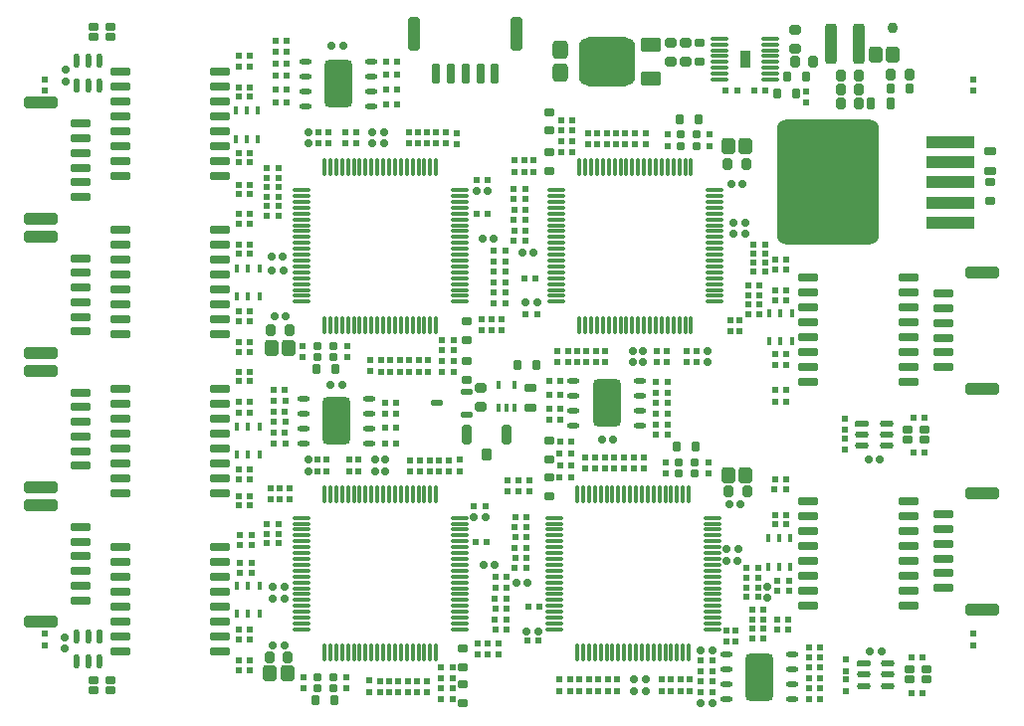
<source format=gtp>
G04*
G04 #@! TF.GenerationSoftware,Altium Limited,Altium Designer,23.9.2 (47)*
G04*
G04 Layer_Color=8421504*
%FSLAX25Y25*%
%MOIN*%
G70*
G04*
G04 #@! TF.SameCoordinates,282F133A-872F-418E-B260-DD41B2CE053A*
G04*
G04*
G04 #@! TF.FilePolarity,Positive*
G04*
G01*
G75*
%ADD24R,0.01772X0.02756*%
G04:AMPARAMS|DCode=25|XSize=25.2mil|YSize=23.62mil|CornerRadius=4.72mil|HoleSize=0mil|Usage=FLASHONLY|Rotation=90.000|XOffset=0mil|YOffset=0mil|HoleType=Round|Shape=RoundedRectangle|*
%AMROUNDEDRECTD25*
21,1,0.02520,0.01417,0,0,90.0*
21,1,0.01575,0.02362,0,0,90.0*
1,1,0.00945,0.00709,0.00787*
1,1,0.00945,0.00709,-0.00787*
1,1,0.00945,-0.00709,-0.00787*
1,1,0.00945,-0.00709,0.00787*
%
%ADD25ROUNDEDRECTD25*%
G04:AMPARAMS|DCode=26|XSize=21.65mil|YSize=19.68mil|CornerRadius=3.94mil|HoleSize=0mil|Usage=FLASHONLY|Rotation=270.000|XOffset=0mil|YOffset=0mil|HoleType=Round|Shape=RoundedRectangle|*
%AMROUNDEDRECTD26*
21,1,0.02165,0.01181,0,0,270.0*
21,1,0.01378,0.01968,0,0,270.0*
1,1,0.00787,-0.00591,-0.00689*
1,1,0.00787,-0.00591,0.00689*
1,1,0.00787,0.00591,0.00689*
1,1,0.00787,0.00591,-0.00689*
%
%ADD26ROUNDEDRECTD26*%
G04:AMPARAMS|DCode=27|XSize=21.65mil|YSize=19.68mil|CornerRadius=3.94mil|HoleSize=0mil|Usage=FLASHONLY|Rotation=180.000|XOffset=0mil|YOffset=0mil|HoleType=Round|Shape=RoundedRectangle|*
%AMROUNDEDRECTD27*
21,1,0.02165,0.01181,0,0,180.0*
21,1,0.01378,0.01968,0,0,180.0*
1,1,0.00787,-0.00689,0.00591*
1,1,0.00787,0.00689,0.00591*
1,1,0.00787,0.00689,-0.00591*
1,1,0.00787,-0.00689,-0.00591*
%
%ADD27ROUNDEDRECTD27*%
G04:AMPARAMS|DCode=28|XSize=23mil|YSize=20mil|CornerRadius=3.1mil|HoleSize=0mil|Usage=FLASHONLY|Rotation=90.000|XOffset=0mil|YOffset=0mil|HoleType=Round|Shape=RoundedRectangle|*
%AMROUNDEDRECTD28*
21,1,0.02300,0.01380,0,0,90.0*
21,1,0.01680,0.02000,0,0,90.0*
1,1,0.00620,0.00690,0.00840*
1,1,0.00620,0.00690,-0.00840*
1,1,0.00620,-0.00690,-0.00840*
1,1,0.00620,-0.00690,0.00840*
%
%ADD28ROUNDEDRECTD28*%
G04:AMPARAMS|DCode=29|XSize=25.2mil|YSize=23.62mil|CornerRadius=4.72mil|HoleSize=0mil|Usage=FLASHONLY|Rotation=0.000|XOffset=0mil|YOffset=0mil|HoleType=Round|Shape=RoundedRectangle|*
%AMROUNDEDRECTD29*
21,1,0.02520,0.01417,0,0,0.0*
21,1,0.01575,0.02362,0,0,0.0*
1,1,0.00945,0.00787,-0.00709*
1,1,0.00945,-0.00787,-0.00709*
1,1,0.00945,-0.00787,0.00709*
1,1,0.00945,0.00787,0.00709*
%
%ADD29ROUNDEDRECTD29*%
G04:AMPARAMS|DCode=30|XSize=64.96mil|YSize=29.92mil|CornerRadius=7.48mil|HoleSize=0mil|Usage=FLASHONLY|Rotation=0.000|XOffset=0mil|YOffset=0mil|HoleType=Round|Shape=RoundedRectangle|*
%AMROUNDEDRECTD30*
21,1,0.06496,0.01496,0,0,0.0*
21,1,0.05000,0.02992,0,0,0.0*
1,1,0.01496,0.02500,-0.00748*
1,1,0.01496,-0.02500,-0.00748*
1,1,0.01496,-0.02500,0.00748*
1,1,0.01496,0.02500,0.00748*
%
%ADD30ROUNDEDRECTD30*%
G04:AMPARAMS|DCode=31|XSize=47.45mil|YSize=20.86mil|CornerRadius=4.17mil|HoleSize=0mil|Usage=FLASHONLY|Rotation=90.000|XOffset=0mil|YOffset=0mil|HoleType=Round|Shape=RoundedRectangle|*
%AMROUNDEDRECTD31*
21,1,0.04745,0.01252,0,0,90.0*
21,1,0.03911,0.02086,0,0,90.0*
1,1,0.00834,0.00626,0.01955*
1,1,0.00834,0.00626,-0.01955*
1,1,0.00834,-0.00626,-0.01955*
1,1,0.00834,-0.00626,0.01955*
%
%ADD31ROUNDEDRECTD31*%
G04:AMPARAMS|DCode=32|XSize=47.45mil|YSize=20.86mil|CornerRadius=10.43mil|HoleSize=0mil|Usage=FLASHONLY|Rotation=90.000|XOffset=0mil|YOffset=0mil|HoleType=Round|Shape=RoundedRectangle|*
%AMROUNDEDRECTD32*
21,1,0.04745,0.00000,0,0,90.0*
21,1,0.02659,0.02086,0,0,90.0*
1,1,0.02086,0.00000,0.01330*
1,1,0.02086,0.00000,-0.01330*
1,1,0.02086,0.00000,-0.01330*
1,1,0.02086,0.00000,0.01330*
%
%ADD32ROUNDEDRECTD32*%
%ADD33O,0.04331X0.01772*%
G04:AMPARAMS|DCode=34|XSize=94.49mil|YSize=161.42mil|CornerRadius=18.9mil|HoleSize=0mil|Usage=FLASHONLY|Rotation=0.000|XOffset=0mil|YOffset=0mil|HoleType=Round|Shape=RoundedRectangle|*
%AMROUNDEDRECTD34*
21,1,0.09449,0.12362,0,0,0.0*
21,1,0.05669,0.16142,0,0,0.0*
1,1,0.03780,0.02835,-0.06181*
1,1,0.03780,-0.02835,-0.06181*
1,1,0.03780,-0.02835,0.06181*
1,1,0.03780,0.02835,0.06181*
%
%ADD34ROUNDEDRECTD34*%
G04:AMPARAMS|DCode=35|XSize=23mil|YSize=20mil|CornerRadius=3.1mil|HoleSize=0mil|Usage=FLASHONLY|Rotation=180.000|XOffset=0mil|YOffset=0mil|HoleType=Round|Shape=RoundedRectangle|*
%AMROUNDEDRECTD35*
21,1,0.02300,0.01380,0,0,180.0*
21,1,0.01680,0.02000,0,0,180.0*
1,1,0.00620,-0.00840,0.00690*
1,1,0.00620,0.00840,0.00690*
1,1,0.00620,0.00840,-0.00690*
1,1,0.00620,-0.00840,-0.00690*
%
%ADD35ROUNDEDRECTD35*%
%ADD36C,0.03637*%
G04:AMPARAMS|DCode=37|XSize=23.62mil|YSize=66.93mil|CornerRadius=4.72mil|HoleSize=0mil|Usage=FLASHONLY|Rotation=180.000|XOffset=0mil|YOffset=0mil|HoleType=Round|Shape=RoundedRectangle|*
%AMROUNDEDRECTD37*
21,1,0.02362,0.05748,0,0,180.0*
21,1,0.01417,0.06693,0,0,180.0*
1,1,0.00945,-0.00709,0.02874*
1,1,0.00945,0.00709,0.02874*
1,1,0.00945,0.00709,-0.02874*
1,1,0.00945,-0.00709,-0.02874*
%
%ADD37ROUNDEDRECTD37*%
G04:AMPARAMS|DCode=38|XSize=39.37mil|YSize=110.24mil|CornerRadius=7.87mil|HoleSize=0mil|Usage=FLASHONLY|Rotation=180.000|XOffset=0mil|YOffset=0mil|HoleType=Round|Shape=RoundedRectangle|*
%AMROUNDEDRECTD38*
21,1,0.03937,0.09449,0,0,180.0*
21,1,0.02362,0.11024,0,0,180.0*
1,1,0.01575,-0.01181,0.04724*
1,1,0.01575,0.01181,0.04724*
1,1,0.01575,0.01181,-0.04724*
1,1,0.01575,-0.01181,-0.04724*
%
%ADD38ROUNDEDRECTD38*%
G04:AMPARAMS|DCode=39|XSize=110.24mil|YSize=39.37mil|CornerRadius=7.87mil|HoleSize=0mil|Usage=FLASHONLY|Rotation=180.000|XOffset=0mil|YOffset=0mil|HoleType=Round|Shape=RoundedRectangle|*
%AMROUNDEDRECTD39*
21,1,0.11024,0.02362,0,0,180.0*
21,1,0.09449,0.03937,0,0,180.0*
1,1,0.01575,-0.04724,0.01181*
1,1,0.01575,0.04724,0.01181*
1,1,0.01575,0.04724,-0.01181*
1,1,0.01575,-0.04724,-0.01181*
%
%ADD39ROUNDEDRECTD39*%
G04:AMPARAMS|DCode=40|XSize=47.45mil|YSize=20.86mil|CornerRadius=10.43mil|HoleSize=0mil|Usage=FLASHONLY|Rotation=0.000|XOffset=0mil|YOffset=0mil|HoleType=Round|Shape=RoundedRectangle|*
%AMROUNDEDRECTD40*
21,1,0.04745,0.00000,0,0,0.0*
21,1,0.02659,0.02086,0,0,0.0*
1,1,0.02086,0.01330,0.00000*
1,1,0.02086,-0.01330,0.00000*
1,1,0.02086,-0.01330,0.00000*
1,1,0.02086,0.01330,0.00000*
%
%ADD40ROUNDEDRECTD40*%
G04:AMPARAMS|DCode=41|XSize=57.09mil|YSize=11.02mil|CornerRadius=1.38mil|HoleSize=0mil|Usage=FLASHONLY|Rotation=0.000|XOffset=0mil|YOffset=0mil|HoleType=Round|Shape=RoundedRectangle|*
%AMROUNDEDRECTD41*
21,1,0.05709,0.00827,0,0,0.0*
21,1,0.05433,0.01102,0,0,0.0*
1,1,0.00276,0.02717,-0.00413*
1,1,0.00276,-0.02717,-0.00413*
1,1,0.00276,-0.02717,0.00413*
1,1,0.00276,0.02717,0.00413*
%
%ADD41ROUNDEDRECTD41*%
G04:AMPARAMS|DCode=42|XSize=37.4mil|YSize=29.53mil|CornerRadius=5.91mil|HoleSize=0mil|Usage=FLASHONLY|Rotation=180.000|XOffset=0mil|YOffset=0mil|HoleType=Round|Shape=RoundedRectangle|*
%AMROUNDEDRECTD42*
21,1,0.03740,0.01772,0,0,180.0*
21,1,0.02559,0.02953,0,0,180.0*
1,1,0.01181,-0.01280,0.00886*
1,1,0.01181,0.01280,0.00886*
1,1,0.01181,0.01280,-0.00886*
1,1,0.01181,-0.01280,-0.00886*
%
%ADD42ROUNDEDRECTD42*%
G04:AMPARAMS|DCode=43|XSize=35.43mil|YSize=29.53mil|CornerRadius=5.91mil|HoleSize=0mil|Usage=FLASHONLY|Rotation=180.000|XOffset=0mil|YOffset=0mil|HoleType=Round|Shape=RoundedRectangle|*
%AMROUNDEDRECTD43*
21,1,0.03543,0.01772,0,0,180.0*
21,1,0.02362,0.02953,0,0,180.0*
1,1,0.01181,-0.01181,0.00886*
1,1,0.01181,0.01181,0.00886*
1,1,0.01181,0.01181,-0.00886*
1,1,0.01181,-0.01181,-0.00886*
%
%ADD43ROUNDEDRECTD43*%
G04:AMPARAMS|DCode=44|XSize=43.31mil|YSize=161.42mil|CornerRadius=8.66mil|HoleSize=0mil|Usage=FLASHONLY|Rotation=270.000|XOffset=0mil|YOffset=0mil|HoleType=Round|Shape=RoundedRectangle|*
%AMROUNDEDRECTD44*
21,1,0.04331,0.14410,0,0,270.0*
21,1,0.02598,0.16142,0,0,270.0*
1,1,0.01732,-0.07205,-0.01299*
1,1,0.01732,-0.07205,0.01299*
1,1,0.01732,0.07205,0.01299*
1,1,0.01732,0.07205,-0.01299*
%
%ADD44ROUNDEDRECTD44*%
G04:AMPARAMS|DCode=45|XSize=421.26mil|YSize=342.52mil|CornerRadius=34.25mil|HoleSize=0mil|Usage=FLASHONLY|Rotation=270.000|XOffset=0mil|YOffset=0mil|HoleType=Round|Shape=RoundedRectangle|*
%AMROUNDEDRECTD45*
21,1,0.42126,0.27402,0,0,270.0*
21,1,0.35276,0.34252,0,0,270.0*
1,1,0.06850,-0.13701,-0.17638*
1,1,0.06850,-0.13701,0.17638*
1,1,0.06850,0.13701,0.17638*
1,1,0.06850,0.13701,-0.17638*
%
%ADD45ROUNDEDRECTD45*%
G04:AMPARAMS|DCode=46|XSize=13.78mil|YSize=27.56mil|CornerRadius=2.76mil|HoleSize=0mil|Usage=FLASHONLY|Rotation=180.000|XOffset=0mil|YOffset=0mil|HoleType=Round|Shape=RoundedRectangle|*
%AMROUNDEDRECTD46*
21,1,0.01378,0.02205,0,0,180.0*
21,1,0.00827,0.02756,0,0,180.0*
1,1,0.00551,-0.00413,0.01102*
1,1,0.00551,0.00413,0.01102*
1,1,0.00551,0.00413,-0.01102*
1,1,0.00551,-0.00413,-0.01102*
%
%ADD46ROUNDEDRECTD46*%
G04:AMPARAMS|DCode=47|XSize=31.5mil|YSize=43.31mil|CornerRadius=6.3mil|HoleSize=0mil|Usage=FLASHONLY|Rotation=0.000|XOffset=0mil|YOffset=0mil|HoleType=Round|Shape=RoundedRectangle|*
%AMROUNDEDRECTD47*
21,1,0.03150,0.03071,0,0,0.0*
21,1,0.01890,0.04331,0,0,0.0*
1,1,0.01260,0.00945,-0.01535*
1,1,0.01260,-0.00945,-0.01535*
1,1,0.01260,-0.00945,0.01535*
1,1,0.01260,0.00945,0.01535*
%
%ADD47ROUNDEDRECTD47*%
G04:AMPARAMS|DCode=48|XSize=31.5mil|YSize=66.93mil|CornerRadius=6.3mil|HoleSize=0mil|Usage=FLASHONLY|Rotation=0.000|XOffset=0mil|YOffset=0mil|HoleType=Round|Shape=RoundedRectangle|*
%AMROUNDEDRECTD48*
21,1,0.03150,0.05433,0,0,0.0*
21,1,0.01890,0.06693,0,0,0.0*
1,1,0.01260,0.00945,-0.02717*
1,1,0.01260,-0.00945,-0.02717*
1,1,0.01260,-0.00945,0.02717*
1,1,0.01260,0.00945,0.02717*
%
%ADD48ROUNDEDRECTD48*%
G04:AMPARAMS|DCode=49|XSize=163.39mil|YSize=188.98mil|CornerRadius=32.68mil|HoleSize=0mil|Usage=FLASHONLY|Rotation=270.000|XOffset=0mil|YOffset=0mil|HoleType=Round|Shape=RoundedRectangle|*
%AMROUNDEDRECTD49*
21,1,0.16339,0.12362,0,0,270.0*
21,1,0.09803,0.18898,0,0,270.0*
1,1,0.06535,-0.06181,-0.04902*
1,1,0.06535,-0.06181,0.04902*
1,1,0.06535,0.06181,0.04902*
1,1,0.06535,0.06181,-0.04902*
%
%ADD49ROUNDEDRECTD49*%
G04:AMPARAMS|DCode=50|XSize=59.06mil|YSize=51.18mil|CornerRadius=10.24mil|HoleSize=0mil|Usage=FLASHONLY|Rotation=90.000|XOffset=0mil|YOffset=0mil|HoleType=Round|Shape=RoundedRectangle|*
%AMROUNDEDRECTD50*
21,1,0.05906,0.03071,0,0,90.0*
21,1,0.03858,0.05118,0,0,90.0*
1,1,0.02047,0.01535,0.01929*
1,1,0.02047,0.01535,-0.01929*
1,1,0.02047,-0.01535,-0.01929*
1,1,0.02047,-0.01535,0.01929*
%
%ADD50ROUNDEDRECTD50*%
G04:AMPARAMS|DCode=51|XSize=19.68mil|YSize=37.4mil|CornerRadius=3.94mil|HoleSize=0mil|Usage=FLASHONLY|Rotation=270.000|XOffset=0mil|YOffset=0mil|HoleType=Round|Shape=RoundedRectangle|*
%AMROUNDEDRECTD51*
21,1,0.01968,0.02953,0,0,270.0*
21,1,0.01181,0.03740,0,0,270.0*
1,1,0.00787,-0.01476,-0.00591*
1,1,0.00787,-0.01476,0.00591*
1,1,0.00787,0.01476,0.00591*
1,1,0.00787,0.01476,-0.00591*
%
%ADD51ROUNDEDRECTD51*%
G04:AMPARAMS|DCode=52|XSize=66.93mil|YSize=23.62mil|CornerRadius=4.72mil|HoleSize=0mil|Usage=FLASHONLY|Rotation=180.000|XOffset=0mil|YOffset=0mil|HoleType=Round|Shape=RoundedRectangle|*
%AMROUNDEDRECTD52*
21,1,0.06693,0.01417,0,0,180.0*
21,1,0.05748,0.02362,0,0,180.0*
1,1,0.00945,-0.02874,0.00709*
1,1,0.00945,0.02874,0.00709*
1,1,0.00945,0.02874,-0.00709*
1,1,0.00945,-0.02874,-0.00709*
%
%ADD52ROUNDEDRECTD52*%
G04:AMPARAMS|DCode=53|XSize=33.47mil|YSize=25.59mil|CornerRadius=5.12mil|HoleSize=0mil|Usage=FLASHONLY|Rotation=0.000|XOffset=0mil|YOffset=0mil|HoleType=Round|Shape=RoundedRectangle|*
%AMROUNDEDRECTD53*
21,1,0.03347,0.01535,0,0,0.0*
21,1,0.02323,0.02559,0,0,0.0*
1,1,0.01024,0.01161,-0.00768*
1,1,0.01024,-0.01161,-0.00768*
1,1,0.01024,-0.01161,0.00768*
1,1,0.01024,0.01161,0.00768*
%
%ADD53ROUNDEDRECTD53*%
G04:AMPARAMS|DCode=54|XSize=37.4mil|YSize=33.47mil|CornerRadius=6.69mil|HoleSize=0mil|Usage=FLASHONLY|Rotation=270.000|XOffset=0mil|YOffset=0mil|HoleType=Round|Shape=RoundedRectangle|*
%AMROUNDEDRECTD54*
21,1,0.03740,0.02008,0,0,270.0*
21,1,0.02402,0.03347,0,0,270.0*
1,1,0.01339,-0.01004,-0.01201*
1,1,0.01339,-0.01004,0.01201*
1,1,0.01339,0.01004,0.01201*
1,1,0.01339,0.01004,-0.01201*
%
%ADD54ROUNDEDRECTD54*%
G04:AMPARAMS|DCode=55|XSize=45.45mil|YSize=53.39mil|CornerRadius=9.09mil|HoleSize=0mil|Usage=FLASHONLY|Rotation=0.000|XOffset=0mil|YOffset=0mil|HoleType=Round|Shape=RoundedRectangle|*
%AMROUNDEDRECTD55*
21,1,0.04545,0.03521,0,0,0.0*
21,1,0.02727,0.05339,0,0,0.0*
1,1,0.01818,0.01364,-0.01761*
1,1,0.01818,-0.01364,-0.01761*
1,1,0.01818,-0.01364,0.01761*
1,1,0.01818,0.01364,0.01761*
%
%ADD55ROUNDEDRECTD55*%
G04:AMPARAMS|DCode=56|XSize=35.43mil|YSize=29.53mil|CornerRadius=5.91mil|HoleSize=0mil|Usage=FLASHONLY|Rotation=90.000|XOffset=0mil|YOffset=0mil|HoleType=Round|Shape=RoundedRectangle|*
%AMROUNDEDRECTD56*
21,1,0.03543,0.01772,0,0,90.0*
21,1,0.02362,0.02953,0,0,90.0*
1,1,0.01181,0.00886,0.01181*
1,1,0.01181,0.00886,-0.01181*
1,1,0.01181,-0.00886,-0.01181*
1,1,0.01181,-0.00886,0.01181*
%
%ADD56ROUNDEDRECTD56*%
G04:AMPARAMS|DCode=57|XSize=47.45mil|YSize=20.86mil|CornerRadius=4.17mil|HoleSize=0mil|Usage=FLASHONLY|Rotation=0.000|XOffset=0mil|YOffset=0mil|HoleType=Round|Shape=RoundedRectangle|*
%AMROUNDEDRECTD57*
21,1,0.04745,0.01252,0,0,0.0*
21,1,0.03911,0.02086,0,0,0.0*
1,1,0.00834,0.01955,-0.00626*
1,1,0.00834,-0.01955,-0.00626*
1,1,0.00834,-0.01955,0.00626*
1,1,0.00834,0.01955,0.00626*
%
%ADD57ROUNDEDRECTD57*%
G04:AMPARAMS|DCode=58|XSize=58.07mil|YSize=11.81mil|CornerRadius=2.36mil|HoleSize=0mil|Usage=FLASHONLY|Rotation=180.000|XOffset=0mil|YOffset=0mil|HoleType=Round|Shape=RoundedRectangle|*
%AMROUNDEDRECTD58*
21,1,0.05807,0.00709,0,0,180.0*
21,1,0.05335,0.01181,0,0,180.0*
1,1,0.00472,-0.02667,0.00354*
1,1,0.00472,0.02667,0.00354*
1,1,0.00472,0.02667,-0.00354*
1,1,0.00472,-0.02667,-0.00354*
%
%ADD58ROUNDEDRECTD58*%
G04:AMPARAMS|DCode=59|XSize=58.07mil|YSize=11.81mil|CornerRadius=2.36mil|HoleSize=0mil|Usage=FLASHONLY|Rotation=90.000|XOffset=0mil|YOffset=0mil|HoleType=Round|Shape=RoundedRectangle|*
%AMROUNDEDRECTD59*
21,1,0.05807,0.00709,0,0,90.0*
21,1,0.05335,0.01181,0,0,90.0*
1,1,0.00472,0.00354,0.02667*
1,1,0.00472,0.00354,-0.02667*
1,1,0.00472,-0.00354,-0.02667*
1,1,0.00472,-0.00354,0.02667*
%
%ADD59ROUNDEDRECTD59*%
G04:AMPARAMS|DCode=60|XSize=29.53mil|YSize=27.56mil|CornerRadius=5.51mil|HoleSize=0mil|Usage=FLASHONLY|Rotation=180.000|XOffset=0mil|YOffset=0mil|HoleType=Round|Shape=RoundedRectangle|*
%AMROUNDEDRECTD60*
21,1,0.02953,0.01654,0,0,180.0*
21,1,0.01850,0.02756,0,0,180.0*
1,1,0.01102,-0.00925,0.00827*
1,1,0.01102,0.00925,0.00827*
1,1,0.01102,0.00925,-0.00827*
1,1,0.01102,-0.00925,-0.00827*
%
%ADD60ROUNDEDRECTD60*%
G04:AMPARAMS|DCode=61|XSize=38.58mil|YSize=133.86mil|CornerRadius=7.72mil|HoleSize=0mil|Usage=FLASHONLY|Rotation=0.000|XOffset=0mil|YOffset=0mil|HoleType=Round|Shape=RoundedRectangle|*
%AMROUNDEDRECTD61*
21,1,0.03858,0.11843,0,0,0.0*
21,1,0.02315,0.13386,0,0,0.0*
1,1,0.01543,0.01158,-0.05921*
1,1,0.01543,-0.01158,-0.05921*
1,1,0.01543,-0.01158,0.05921*
1,1,0.01543,0.01158,0.05921*
%
%ADD61ROUNDEDRECTD61*%
G04:AMPARAMS|DCode=62|XSize=37.4mil|YSize=33.47mil|CornerRadius=6.69mil|HoleSize=0mil|Usage=FLASHONLY|Rotation=0.000|XOffset=0mil|YOffset=0mil|HoleType=Round|Shape=RoundedRectangle|*
%AMROUNDEDRECTD62*
21,1,0.03740,0.02008,0,0,0.0*
21,1,0.02402,0.03347,0,0,0.0*
1,1,0.01339,0.01201,-0.01004*
1,1,0.01339,-0.01201,-0.01004*
1,1,0.01339,-0.01201,0.01004*
1,1,0.01339,0.01201,0.01004*
%
%ADD62ROUNDEDRECTD62*%
G04:AMPARAMS|DCode=63|XSize=37.4mil|YSize=29.53mil|CornerRadius=5.91mil|HoleSize=0mil|Usage=FLASHONLY|Rotation=270.000|XOffset=0mil|YOffset=0mil|HoleType=Round|Shape=RoundedRectangle|*
%AMROUNDEDRECTD63*
21,1,0.03740,0.01772,0,0,270.0*
21,1,0.02559,0.02953,0,0,270.0*
1,1,0.01181,-0.00886,-0.01280*
1,1,0.01181,-0.00886,0.01280*
1,1,0.01181,0.00886,0.01280*
1,1,0.01181,0.00886,-0.01280*
%
%ADD63ROUNDEDRECTD63*%
G04:AMPARAMS|DCode=64|XSize=68.9mil|YSize=47.24mil|CornerRadius=9.45mil|HoleSize=0mil|Usage=FLASHONLY|Rotation=180.000|XOffset=0mil|YOffset=0mil|HoleType=Round|Shape=RoundedRectangle|*
%AMROUNDEDRECTD64*
21,1,0.06890,0.02835,0,0,180.0*
21,1,0.05000,0.04724,0,0,180.0*
1,1,0.01890,-0.02500,0.01417*
1,1,0.01890,0.02500,0.01417*
1,1,0.01890,0.02500,-0.01417*
1,1,0.01890,-0.02500,-0.01417*
%
%ADD64ROUNDEDRECTD64*%
G36*
X248083Y216886D02*
X244831D01*
Y222484D01*
X248083D01*
Y216886D01*
D02*
G37*
D24*
X254527Y134646D02*
D03*
X258269Y134646D02*
D03*
X262008Y134645D02*
D03*
Y125197D02*
D03*
X258269Y125197D02*
D03*
X254527Y125197D02*
D03*
X254134Y59056D02*
D03*
X257874Y59055D02*
D03*
X261614Y59055D02*
D03*
Y49606D02*
D03*
X257874Y49606D02*
D03*
X254134Y49607D02*
D03*
X75787Y192914D02*
D03*
X79526Y192910D02*
D03*
X83268Y192913D02*
D03*
Y202362D02*
D03*
X79526Y202358D02*
D03*
X75787Y202363D02*
D03*
X76181Y140158D02*
D03*
X79922Y140155D02*
D03*
X83662Y140157D02*
D03*
Y149606D02*
D03*
X79922Y149604D02*
D03*
X76181Y149607D02*
D03*
X76181Y96457D02*
D03*
X83661Y96456D02*
D03*
Y87008D02*
D03*
X76181Y87008D02*
D03*
X79922Y87009D02*
D03*
Y96457D02*
D03*
X76181Y43307D02*
D03*
X79923Y43307D02*
D03*
X83662Y43307D02*
D03*
Y33858D02*
D03*
X79923Y33858D02*
D03*
X76181Y33858D02*
D03*
D25*
X88268Y42913D02*
D03*
X92047D02*
D03*
X162126Y159449D02*
D03*
X158346D02*
D03*
X111339Y110630D02*
D03*
X107559D02*
D03*
X231575Y3937D02*
D03*
X235354D02*
D03*
X235354Y21654D02*
D03*
X231575D02*
D03*
X244016Y55512D02*
D03*
X240236D02*
D03*
X243937Y51575D02*
D03*
X240158D02*
D03*
X244803Y70472D02*
D03*
X241024D02*
D03*
X173307Y27953D02*
D03*
X177087D02*
D03*
X169764Y44094D02*
D03*
X173543D02*
D03*
X241811Y177953D02*
D03*
X245590D02*
D03*
X242598Y161024D02*
D03*
X246378D02*
D03*
X242598Y164961D02*
D03*
X246378D02*
D03*
X176693Y138189D02*
D03*
X172913D02*
D03*
X175512Y154724D02*
D03*
X171732D02*
D03*
X158740Y50000D02*
D03*
X162520D02*
D03*
X155590Y66142D02*
D03*
X159370D02*
D03*
X92047Y23228D02*
D03*
X88268D02*
D03*
X92047Y38976D02*
D03*
X88268D02*
D03*
X91654Y153543D02*
D03*
X87874D02*
D03*
X91732Y148819D02*
D03*
X87953D02*
D03*
X156378Y175591D02*
D03*
X160158D02*
D03*
X92441Y133465D02*
D03*
X88661D02*
D03*
X287829Y85480D02*
D03*
X291608D02*
D03*
X111732Y224016D02*
D03*
X107953D02*
D03*
X288268Y21260D02*
D03*
X292047D02*
D03*
X198504Y92126D02*
D03*
X202284D02*
D03*
D26*
X253051Y157480D02*
D03*
X249311D02*
D03*
X253051Y154462D02*
D03*
X249311D02*
D03*
X253051Y151444D02*
D03*
X249311D02*
D03*
X253051Y148425D02*
D03*
X249311D02*
D03*
X251083Y134252D02*
D03*
X247342D02*
D03*
X251083Y143701D02*
D03*
X247342D02*
D03*
X247342Y140551D02*
D03*
X251083D02*
D03*
X247342Y137402D02*
D03*
X251083D02*
D03*
X256466Y104724D02*
D03*
X260206D02*
D03*
X256466Y120866D02*
D03*
X260206D02*
D03*
X256466Y152362D02*
D03*
X260206D02*
D03*
X256466Y138976D02*
D03*
X260206D02*
D03*
X246949Y49213D02*
D03*
X250689D02*
D03*
X246949Y45669D02*
D03*
X250689D02*
D03*
X246949Y39370D02*
D03*
X250689D02*
D03*
X246949Y42520D02*
D03*
X250689D02*
D03*
X80610Y135039D02*
D03*
X76870D02*
D03*
X76870Y70079D02*
D03*
X80610D02*
D03*
Y14961D02*
D03*
X76870D02*
D03*
X80610Y28346D02*
D03*
X76870D02*
D03*
X80610Y154331D02*
D03*
X76870D02*
D03*
Y207087D02*
D03*
X80610D02*
D03*
X90059Y63779D02*
D03*
X86319D02*
D03*
Y60630D02*
D03*
X90059D02*
D03*
X86319Y57480D02*
D03*
X90059D02*
D03*
X81004Y60236D02*
D03*
X77264D02*
D03*
X80610Y220866D02*
D03*
X76870D02*
D03*
X80610Y188189D02*
D03*
X76870D02*
D03*
X80610Y174409D02*
D03*
X76870D02*
D03*
X81004Y47638D02*
D03*
X77264D02*
D03*
X252658Y35039D02*
D03*
X248917D02*
D03*
X252658Y28740D02*
D03*
X248917D02*
D03*
X160138Y167717D02*
D03*
X156398D02*
D03*
X86319Y179921D02*
D03*
X90059D02*
D03*
X86319Y176772D02*
D03*
X90059D02*
D03*
X86319Y183071D02*
D03*
X90059D02*
D03*
X256398Y63779D02*
D03*
X260138D02*
D03*
X252658Y25591D02*
D03*
X248917D02*
D03*
X88583Y108661D02*
D03*
X92323D02*
D03*
X88583Y101575D02*
D03*
X92323D02*
D03*
X129429Y104331D02*
D03*
X125689D02*
D03*
X88583Y94488D02*
D03*
X92323D02*
D03*
X169390Y66142D02*
D03*
X173130D02*
D03*
X169331Y59419D02*
D03*
X173071D02*
D03*
X169331Y52495D02*
D03*
X173071D02*
D03*
X184350Y83465D02*
D03*
X188091D02*
D03*
X184350Y91339D02*
D03*
X188091D02*
D03*
X166437Y42520D02*
D03*
X162697D02*
D03*
X166437Y35433D02*
D03*
X162697D02*
D03*
X166535Y28346D02*
D03*
X162795D02*
D03*
X148327Y12143D02*
D03*
X144587D02*
D03*
X148327Y5118D02*
D03*
X144587D02*
D03*
X76870Y121653D02*
D03*
X80610D02*
D03*
X76870Y167717D02*
D03*
X80610D02*
D03*
X86319Y170473D02*
D03*
X90059D02*
D03*
X86319Y173622D02*
D03*
X90059D02*
D03*
X86319Y167323D02*
D03*
X90059D02*
D03*
X92888Y225984D02*
D03*
X89148D02*
D03*
X92888Y218110D02*
D03*
X89148D02*
D03*
X92888Y205118D02*
D03*
X89148D02*
D03*
X166043Y137795D02*
D03*
X162303D02*
D03*
X166043Y144882D02*
D03*
X162303D02*
D03*
X166043Y151969D02*
D03*
X162303D02*
D03*
X156398Y179134D02*
D03*
X160138D02*
D03*
X126083Y218898D02*
D03*
X129823D02*
D03*
X176673Y134252D02*
D03*
X172933D02*
D03*
X172539Y146063D02*
D03*
X176279D02*
D03*
X168996Y162205D02*
D03*
X172736D02*
D03*
X168996Y169291D02*
D03*
X172736D02*
D03*
X168987Y176212D02*
D03*
X172727D02*
D03*
X184744Y192126D02*
D03*
X188484D02*
D03*
X184744Y199213D02*
D03*
X188484D02*
D03*
X148721Y114961D02*
D03*
X144980D02*
D03*
X148721Y122047D02*
D03*
X144980D02*
D03*
X260925Y28346D02*
D03*
X257185D02*
D03*
X261051Y44754D02*
D03*
X257311D02*
D03*
X252658Y31890D02*
D03*
X248917D02*
D03*
X173327Y24803D02*
D03*
X177067D02*
D03*
X271555Y8661D02*
D03*
X267815D02*
D03*
X260138Y78740D02*
D03*
X256398D02*
D03*
X271555Y15748D02*
D03*
X267815D02*
D03*
X271555Y22441D02*
D03*
X267815D02*
D03*
X231594Y7480D02*
D03*
X235335D02*
D03*
X155610Y69685D02*
D03*
X159350D02*
D03*
X80610Y82284D02*
D03*
X76870D02*
D03*
X80610Y101181D02*
D03*
X76870D02*
D03*
X80610Y114891D02*
D03*
X76870D02*
D03*
X216634Y107874D02*
D03*
X220374D02*
D03*
X216634Y100787D02*
D03*
X220374D02*
D03*
X216634Y93701D02*
D03*
X220374D02*
D03*
X184547Y98819D02*
D03*
X180807D02*
D03*
X156004Y57874D02*
D03*
X159744D02*
D03*
X173721Y36220D02*
D03*
X177461D02*
D03*
D27*
X244488Y132185D02*
D03*
Y128445D02*
D03*
X241339D02*
D03*
Y132185D02*
D03*
X203543Y11713D02*
D03*
Y7972D02*
D03*
X243307Y24508D02*
D03*
Y28248D02*
D03*
X158189Y132579D02*
D03*
Y128839D02*
D03*
X161549Y132579D02*
D03*
Y128839D02*
D03*
X164908Y132579D02*
D03*
Y128839D02*
D03*
X106693Y191437D02*
D03*
Y195177D02*
D03*
X116142D02*
D03*
Y191437D02*
D03*
X112598Y195177D02*
D03*
Y191437D02*
D03*
X133858Y191535D02*
D03*
Y195276D02*
D03*
X136898Y191535D02*
D03*
Y195276D02*
D03*
X139937Y191535D02*
D03*
Y195276D02*
D03*
X142977Y191535D02*
D03*
Y195276D02*
D03*
X146017Y191535D02*
D03*
Y195276D02*
D03*
X240158Y24508D02*
D03*
Y28248D02*
D03*
X103543Y191437D02*
D03*
Y195177D02*
D03*
X190157Y118209D02*
D03*
Y121949D02*
D03*
X193307Y118209D02*
D03*
Y121949D02*
D03*
X196457Y118209D02*
D03*
Y121949D02*
D03*
X199606Y118209D02*
D03*
Y121949D02*
D03*
X220079Y118209D02*
D03*
Y121949D02*
D03*
X216929D02*
D03*
Y118209D02*
D03*
X187008D02*
D03*
Y121949D02*
D03*
X172401Y181991D02*
D03*
Y185731D02*
D03*
X169251Y181991D02*
D03*
Y185731D02*
D03*
X175550Y185731D02*
D03*
Y181991D02*
D03*
X193701Y194783D02*
D03*
Y191043D02*
D03*
X203150D02*
D03*
Y194783D02*
D03*
X196850D02*
D03*
Y191043D02*
D03*
X209449Y194783D02*
D03*
Y191043D02*
D03*
X206299Y194783D02*
D03*
Y191043D02*
D03*
X200000D02*
D03*
Y194783D02*
D03*
X226772Y118209D02*
D03*
Y121949D02*
D03*
X230315D02*
D03*
Y118209D02*
D03*
X124332Y114986D02*
D03*
Y118726D02*
D03*
X130662Y118726D02*
D03*
Y114986D02*
D03*
X133827Y118726D02*
D03*
Y114986D02*
D03*
X127497Y114986D02*
D03*
Y118726D02*
D03*
X140157Y114986D02*
D03*
Y118726D02*
D03*
X136993Y114986D02*
D03*
Y118726D02*
D03*
X174016Y74902D02*
D03*
Y78642D02*
D03*
X218504Y11713D02*
D03*
Y7972D02*
D03*
X196142Y86221D02*
D03*
Y82480D02*
D03*
X199370D02*
D03*
Y86221D02*
D03*
X224803Y7972D02*
D03*
Y11713D02*
D03*
X202598Y82480D02*
D03*
Y86221D02*
D03*
X205827D02*
D03*
Y82480D02*
D03*
X209055Y86221D02*
D03*
Y82480D02*
D03*
X192913Y86221D02*
D03*
Y82480D02*
D03*
X166929Y78642D02*
D03*
Y74902D02*
D03*
X194095Y7972D02*
D03*
Y11713D02*
D03*
X190945Y7972D02*
D03*
Y11713D02*
D03*
X170472Y78642D02*
D03*
Y74902D02*
D03*
X187795Y7972D02*
D03*
Y11713D02*
D03*
X200394Y7972D02*
D03*
Y11713D02*
D03*
X197244Y7972D02*
D03*
Y11713D02*
D03*
X106299Y85335D02*
D03*
Y81595D02*
D03*
X124016Y11319D02*
D03*
Y7579D02*
D03*
X127165Y11319D02*
D03*
Y7579D02*
D03*
X136614Y11319D02*
D03*
Y7579D02*
D03*
X139764Y11319D02*
D03*
Y7579D02*
D03*
X163779Y23917D02*
D03*
Y20177D02*
D03*
X147207Y81535D02*
D03*
Y85275D02*
D03*
X140750Y81535D02*
D03*
Y85275D02*
D03*
X137522Y81535D02*
D03*
Y85275D02*
D03*
X134294Y81535D02*
D03*
Y85275D02*
D03*
X160236Y23917D02*
D03*
Y20177D02*
D03*
X143979Y81535D02*
D03*
Y85275D02*
D03*
X156693Y20177D02*
D03*
Y23917D02*
D03*
X133465Y7579D02*
D03*
Y11319D02*
D03*
X130315Y7579D02*
D03*
Y11319D02*
D03*
X87402Y75886D02*
D03*
Y72146D02*
D03*
X116929Y85335D02*
D03*
Y81595D02*
D03*
X227953Y11713D02*
D03*
Y7972D02*
D03*
X103150Y81595D02*
D03*
Y85335D02*
D03*
X93701Y72146D02*
D03*
Y75886D02*
D03*
X90551Y72146D02*
D03*
Y75886D02*
D03*
X113779Y81595D02*
D03*
Y85335D02*
D03*
X221654Y7972D02*
D03*
Y11713D02*
D03*
D28*
X260236Y108661D02*
D03*
X256436D02*
D03*
X260236Y117323D02*
D03*
X256436D02*
D03*
X260236Y149213D02*
D03*
X256436D02*
D03*
X260236Y142126D02*
D03*
X256436D02*
D03*
X76840Y177559D02*
D03*
X80640D02*
D03*
Y73228D02*
D03*
X76840D02*
D03*
Y18110D02*
D03*
X80640D02*
D03*
X76772Y25197D02*
D03*
X80572D02*
D03*
X76840Y210236D02*
D03*
X80640D02*
D03*
X180777Y111811D02*
D03*
X184577D02*
D03*
X81102Y56693D02*
D03*
X77302D02*
D03*
X80640Y217323D02*
D03*
X76840D02*
D03*
Y185039D02*
D03*
X80640D02*
D03*
X81034Y50787D02*
D03*
X77234D02*
D03*
X235407Y14648D02*
D03*
X231607D02*
D03*
X235433Y18110D02*
D03*
X231633D02*
D03*
X271585Y5118D02*
D03*
X267785D02*
D03*
X92353Y105118D02*
D03*
X88553D02*
D03*
X129459Y96063D02*
D03*
X125659D02*
D03*
X129459Y90945D02*
D03*
X125659D02*
D03*
Y100787D02*
D03*
X129459D02*
D03*
X92353Y90945D02*
D03*
X88553D02*
D03*
X92353Y98032D02*
D03*
X88553D02*
D03*
X173033Y55992D02*
D03*
X169233D02*
D03*
X173101Y49183D02*
D03*
X169301D02*
D03*
X302779Y99653D02*
D03*
X306579D02*
D03*
X302779Y87842D02*
D03*
X306579D02*
D03*
X80640Y131890D02*
D03*
X76840D02*
D03*
X80640Y124971D02*
D03*
X76840D02*
D03*
X80640Y164567D02*
D03*
X76840D02*
D03*
Y157480D02*
D03*
X80640D02*
D03*
X89118Y209449D02*
D03*
X92918D02*
D03*
X89118Y214173D02*
D03*
X92918D02*
D03*
X89118Y222047D02*
D03*
X92918D02*
D03*
X166073Y141339D02*
D03*
X162273D02*
D03*
X166005Y148425D02*
D03*
X162205D02*
D03*
X166073Y155512D02*
D03*
X162273D02*
D03*
X126053Y204331D02*
D03*
X129853D02*
D03*
X126053Y209449D02*
D03*
X129853D02*
D03*
Y214567D02*
D03*
X126053D02*
D03*
X172766Y158661D02*
D03*
X168966D02*
D03*
X172766Y165748D02*
D03*
X168966D02*
D03*
X172766Y172835D02*
D03*
X168966D02*
D03*
X188514Y188583D02*
D03*
X184714D02*
D03*
X188514Y195669D02*
D03*
X184714D02*
D03*
X144950Y118504D02*
D03*
X148750D02*
D03*
Y125591D02*
D03*
X144950D02*
D03*
X257224Y41339D02*
D03*
X261024D02*
D03*
X257155Y31890D02*
D03*
X260955D02*
D03*
X256311Y75364D02*
D03*
X260111D02*
D03*
X256368Y66929D02*
D03*
X260168D02*
D03*
X235365Y11024D02*
D03*
X231565D02*
D03*
X267677Y19124D02*
D03*
X271477D02*
D03*
X267677Y12057D02*
D03*
X271477D02*
D03*
X302037Y19291D02*
D03*
X305837D02*
D03*
X302037Y7087D02*
D03*
X305837D02*
D03*
X239901Y209055D02*
D03*
X243701D02*
D03*
X249430Y209034D02*
D03*
X253230D02*
D03*
X76840Y78740D02*
D03*
X80640D02*
D03*
X76840Y104724D02*
D03*
X80640D02*
D03*
X76840Y111741D02*
D03*
X80640D02*
D03*
X184577Y107087D02*
D03*
X180777D02*
D03*
X220404Y111417D02*
D03*
X216604D02*
D03*
X220404Y104331D02*
D03*
X216604D02*
D03*
X220404Y97244D02*
D03*
X216604D02*
D03*
X180777Y102362D02*
D03*
X184577D02*
D03*
X144557Y8661D02*
D03*
X148357D02*
D03*
X144557Y15748D02*
D03*
X148357D02*
D03*
X162598Y31890D02*
D03*
X166398D02*
D03*
X162598Y38976D02*
D03*
X166398D02*
D03*
X162667Y46063D02*
D03*
X166467D02*
D03*
X169301Y62963D02*
D03*
X173101D02*
D03*
X184320Y87402D02*
D03*
X188120D02*
D03*
X184320Y79528D02*
D03*
X188120D02*
D03*
D29*
X253937Y42835D02*
D03*
Y39055D02*
D03*
X18898Y212283D02*
D03*
Y216063D02*
D03*
X18504Y25905D02*
D03*
Y22126D02*
D03*
X212992Y7953D02*
D03*
Y11732D02*
D03*
X209055Y7953D02*
D03*
Y11732D02*
D03*
X208661Y121968D02*
D03*
Y118189D02*
D03*
X212205Y121968D02*
D03*
Y118189D02*
D03*
X233858Y121968D02*
D03*
Y118189D02*
D03*
X125984Y81575D02*
D03*
Y85354D02*
D03*
X122441Y81575D02*
D03*
Y85354D02*
D03*
X100000D02*
D03*
Y81575D02*
D03*
X125591Y191417D02*
D03*
Y195197D02*
D03*
X121653Y191417D02*
D03*
Y195197D02*
D03*
X100000Y191417D02*
D03*
Y195197D02*
D03*
D30*
X301004Y71437D02*
D03*
Y66437D02*
D03*
Y61437D02*
D03*
Y56437D02*
D03*
Y51437D02*
D03*
Y46437D02*
D03*
Y41437D02*
D03*
Y36437D02*
D03*
X267500D02*
D03*
Y41437D02*
D03*
Y46437D02*
D03*
Y51437D02*
D03*
Y56437D02*
D03*
Y61437D02*
D03*
Y66437D02*
D03*
Y71437D02*
D03*
X70531Y21214D02*
D03*
Y26214D02*
D03*
Y31214D02*
D03*
Y36214D02*
D03*
Y41214D02*
D03*
Y46214D02*
D03*
Y51214D02*
D03*
Y56214D02*
D03*
X37028D02*
D03*
Y51214D02*
D03*
Y46214D02*
D03*
Y41214D02*
D03*
Y36214D02*
D03*
Y31214D02*
D03*
Y26214D02*
D03*
Y21214D02*
D03*
X70531Y74320D02*
D03*
Y79320D02*
D03*
Y84320D02*
D03*
Y89320D02*
D03*
Y94320D02*
D03*
Y99320D02*
D03*
Y104320D02*
D03*
Y109320D02*
D03*
X37028D02*
D03*
Y104320D02*
D03*
Y99320D02*
D03*
Y94320D02*
D03*
Y89320D02*
D03*
Y84320D02*
D03*
Y79320D02*
D03*
Y74320D02*
D03*
X267500Y146634D02*
D03*
Y141634D02*
D03*
Y136634D02*
D03*
Y131634D02*
D03*
Y126634D02*
D03*
Y121634D02*
D03*
Y116634D02*
D03*
Y111634D02*
D03*
X301004D02*
D03*
Y116634D02*
D03*
Y121634D02*
D03*
Y126634D02*
D03*
Y131634D02*
D03*
Y136634D02*
D03*
Y141634D02*
D03*
Y146634D02*
D03*
X70531Y127426D02*
D03*
Y132426D02*
D03*
Y137426D02*
D03*
Y142426D02*
D03*
Y147426D02*
D03*
Y152426D02*
D03*
Y157426D02*
D03*
Y162426D02*
D03*
X37028D02*
D03*
Y157426D02*
D03*
Y152426D02*
D03*
Y147426D02*
D03*
Y142426D02*
D03*
Y137426D02*
D03*
Y132426D02*
D03*
Y127426D02*
D03*
X70531Y180531D02*
D03*
Y185531D02*
D03*
Y190531D02*
D03*
Y195531D02*
D03*
Y200531D02*
D03*
Y205531D02*
D03*
Y210531D02*
D03*
Y215531D02*
D03*
X37028D02*
D03*
Y210531D02*
D03*
Y205531D02*
D03*
Y200531D02*
D03*
Y195531D02*
D03*
Y190531D02*
D03*
Y185531D02*
D03*
Y180531D02*
D03*
D31*
X22638Y210825D02*
D03*
X30118Y26183D02*
D03*
D32*
X22638Y219096D02*
D03*
X26378D02*
D03*
X30118D02*
D03*
Y210825D02*
D03*
X26378D02*
D03*
X30118Y17911D02*
D03*
X26378D02*
D03*
X22638D02*
D03*
Y26183D02*
D03*
X26378D02*
D03*
D33*
X99213Y218937D02*
D03*
Y213937D02*
D03*
Y208937D02*
D03*
Y203937D02*
D03*
X121260D02*
D03*
Y208937D02*
D03*
Y213937D02*
D03*
Y218937D02*
D03*
X120472Y105925D02*
D03*
Y100925D02*
D03*
Y95925D02*
D03*
Y90925D02*
D03*
X98425D02*
D03*
Y95925D02*
D03*
Y100925D02*
D03*
Y105925D02*
D03*
X211024Y96969D02*
D03*
Y101969D02*
D03*
Y106968D02*
D03*
Y111969D02*
D03*
X188976D02*
D03*
Y106968D02*
D03*
Y101969D02*
D03*
Y96969D02*
D03*
X262205Y5098D02*
D03*
Y10098D02*
D03*
Y15098D02*
D03*
Y20098D02*
D03*
X240158D02*
D03*
Y15098D02*
D03*
Y10098D02*
D03*
Y5098D02*
D03*
D34*
X110236Y211437D02*
D03*
X109449Y98425D02*
D03*
X200000Y104469D02*
D03*
X251181Y12598D02*
D03*
D35*
X149936Y191185D02*
D03*
Y194985D02*
D03*
X212598Y82450D02*
D03*
Y86250D02*
D03*
X279876Y99191D02*
D03*
Y95391D02*
D03*
Y88698D02*
D03*
Y92498D02*
D03*
X98032Y123554D02*
D03*
Y119754D02*
D03*
X183465Y118179D02*
D03*
Y121979D02*
D03*
X212992Y194882D02*
D03*
Y191082D02*
D03*
X220472Y194420D02*
D03*
Y190620D02*
D03*
X234646D02*
D03*
Y194420D02*
D03*
X120866Y115029D02*
D03*
Y118829D02*
D03*
X112992Y119754D02*
D03*
Y123554D02*
D03*
X234252Y80777D02*
D03*
Y84577D02*
D03*
X219685D02*
D03*
Y80777D02*
D03*
X280315Y18435D02*
D03*
Y14635D02*
D03*
Y7942D02*
D03*
Y11743D02*
D03*
X266929Y205187D02*
D03*
Y208987D02*
D03*
X322835Y27097D02*
D03*
Y23297D02*
D03*
Y209124D02*
D03*
Y212924D02*
D03*
X11811Y209124D02*
D03*
Y212924D02*
D03*
Y27097D02*
D03*
Y23297D02*
D03*
X120472Y11349D02*
D03*
Y7549D02*
D03*
X98327Y8730D02*
D03*
Y12530D02*
D03*
X112894D02*
D03*
Y8730D02*
D03*
X150750Y81603D02*
D03*
Y85403D02*
D03*
X184252Y7942D02*
D03*
Y11743D02*
D03*
D36*
X295669Y230315D02*
D03*
D37*
X142913Y214862D02*
D03*
X147835D02*
D03*
X152756D02*
D03*
X157677D02*
D03*
X162598D02*
D03*
D38*
X169882Y228051D02*
D03*
X135630D02*
D03*
D39*
X10630Y70189D02*
D03*
Y76059D02*
D03*
Y115232D02*
D03*
X325984Y148327D02*
D03*
Y109153D02*
D03*
X10630Y31016D02*
D03*
Y205315D02*
D03*
Y166142D02*
D03*
Y160273D02*
D03*
Y121100D02*
D03*
X325984Y35138D02*
D03*
Y74311D02*
D03*
D40*
X286022Y13386D02*
D03*
Y9646D02*
D03*
X294293D02*
D03*
Y13386D02*
D03*
Y17126D02*
D03*
X293854Y97488D02*
D03*
Y93748D02*
D03*
Y90008D02*
D03*
X285583D02*
D03*
Y93748D02*
D03*
D41*
X254961Y212795D02*
D03*
X237953D02*
D03*
Y214764D02*
D03*
Y216732D02*
D03*
Y218701D02*
D03*
Y220669D02*
D03*
Y222638D02*
D03*
Y224606D02*
D03*
Y226575D02*
D03*
X254961D02*
D03*
Y224606D02*
D03*
Y222638D02*
D03*
Y220669D02*
D03*
Y218701D02*
D03*
Y216732D02*
D03*
Y214764D02*
D03*
D42*
X328346Y182087D02*
D03*
Y188779D02*
D03*
X174409Y109646D02*
D03*
Y102953D02*
D03*
D43*
X328346Y178347D02*
D03*
Y172047D02*
D03*
X180709Y91732D02*
D03*
Y85433D02*
D03*
X151969Y10236D02*
D03*
Y3937D02*
D03*
X180709Y73228D02*
D03*
Y79528D02*
D03*
X151969Y15748D02*
D03*
Y22047D02*
D03*
X153150Y131890D02*
D03*
Y125591D02*
D03*
Y112205D02*
D03*
Y118504D02*
D03*
X180709Y188583D02*
D03*
Y182283D02*
D03*
Y195669D02*
D03*
Y201969D02*
D03*
X231102Y225197D02*
D03*
Y218898D02*
D03*
D44*
X315158Y164961D02*
D03*
Y171653D02*
D03*
Y178347D02*
D03*
Y185039D02*
D03*
Y191732D02*
D03*
D45*
X274213Y178347D02*
D03*
D46*
X163976Y102953D02*
D03*
X166535D02*
D03*
X169095D02*
D03*
Y110433D02*
D03*
X163976D02*
D03*
D47*
X159843Y87205D02*
D03*
D48*
X166535Y93701D02*
D03*
X153150D02*
D03*
D49*
X200000Y218898D02*
D03*
D50*
X184449Y215020D02*
D03*
Y222776D02*
D03*
D51*
X143012Y104331D02*
D03*
X153051Y108071D02*
D03*
Y100591D02*
D03*
D52*
X23819Y107949D02*
D03*
Y103028D02*
D03*
Y83342D02*
D03*
Y88264D02*
D03*
Y93185D02*
D03*
Y98106D02*
D03*
X312795Y116437D02*
D03*
Y121358D02*
D03*
Y141043D02*
D03*
Y136122D02*
D03*
Y131201D02*
D03*
Y126279D02*
D03*
X23819Y62906D02*
D03*
Y57984D02*
D03*
Y38299D02*
D03*
Y43220D02*
D03*
Y48142D02*
D03*
Y53063D02*
D03*
Y188189D02*
D03*
Y183268D02*
D03*
Y178346D02*
D03*
Y173425D02*
D03*
Y193110D02*
D03*
Y198031D02*
D03*
Y143147D02*
D03*
Y138226D02*
D03*
Y133304D02*
D03*
Y128383D02*
D03*
Y148068D02*
D03*
Y152989D02*
D03*
X312795Y52264D02*
D03*
Y57185D02*
D03*
Y62106D02*
D03*
Y67028D02*
D03*
Y47343D02*
D03*
Y42421D02*
D03*
D53*
X33976Y8150D02*
D03*
Y11535D02*
D03*
X28228Y8150D02*
D03*
Y11535D02*
D03*
X306490Y92173D02*
D03*
Y95559D02*
D03*
X300742Y92173D02*
D03*
Y95559D02*
D03*
X33976Y227047D02*
D03*
Y230433D02*
D03*
X28228Y227047D02*
D03*
Y230433D02*
D03*
X307205Y11693D02*
D03*
Y15079D02*
D03*
X301457Y11693D02*
D03*
Y15079D02*
D03*
D54*
X247244Y74803D02*
D03*
X240945D02*
D03*
X240551Y184646D02*
D03*
X246850D02*
D03*
X93307Y19291D02*
D03*
X87008D02*
D03*
X93701Y128740D02*
D03*
X87402D02*
D03*
X284646Y209449D02*
D03*
X278346D02*
D03*
X284646Y214173D02*
D03*
X278346D02*
D03*
X295276Y214567D02*
D03*
X301575D02*
D03*
X262992Y218898D02*
D03*
X269291D02*
D03*
X284646Y204724D02*
D03*
X278346D02*
D03*
D55*
X93015Y13780D02*
D03*
X87300D02*
D03*
X93409Y122835D02*
D03*
X87693D02*
D03*
X240843Y80315D02*
D03*
X246559D02*
D03*
X290056Y221260D02*
D03*
X295771D02*
D03*
X246559Y190551D02*
D03*
X240843D02*
D03*
D56*
X257087Y208268D02*
D03*
X263386D02*
D03*
X109055Y115748D02*
D03*
X102756D02*
D03*
X224409Y199606D02*
D03*
X230709D02*
D03*
X108661Y4724D02*
D03*
X102362D02*
D03*
X223622Y89764D02*
D03*
X229921D02*
D03*
X266929Y213779D02*
D03*
X260630D02*
D03*
X295276Y209842D02*
D03*
X301575D02*
D03*
X176378Y117323D02*
D03*
X170079D02*
D03*
D57*
X285583Y97488D02*
D03*
X286022Y17126D02*
D03*
D58*
X97685Y28543D02*
D03*
Y30512D02*
D03*
Y32480D02*
D03*
Y34449D02*
D03*
Y36417D02*
D03*
Y38386D02*
D03*
Y40354D02*
D03*
Y42323D02*
D03*
Y44291D02*
D03*
Y46260D02*
D03*
Y48228D02*
D03*
Y50197D02*
D03*
Y52165D02*
D03*
Y54134D02*
D03*
Y56102D02*
D03*
Y58071D02*
D03*
Y60039D02*
D03*
Y62008D02*
D03*
Y63976D02*
D03*
Y65945D02*
D03*
X150740D02*
D03*
Y63976D02*
D03*
Y62008D02*
D03*
Y60039D02*
D03*
Y58071D02*
D03*
Y56102D02*
D03*
Y54134D02*
D03*
Y52165D02*
D03*
Y50197D02*
D03*
Y48228D02*
D03*
Y46260D02*
D03*
Y44291D02*
D03*
Y42323D02*
D03*
Y40354D02*
D03*
Y38386D02*
D03*
Y36417D02*
D03*
Y34449D02*
D03*
Y32480D02*
D03*
Y30512D02*
D03*
Y28543D02*
D03*
X182331Y65945D02*
D03*
Y63976D02*
D03*
Y62008D02*
D03*
Y60039D02*
D03*
Y58071D02*
D03*
Y56102D02*
D03*
Y54134D02*
D03*
Y52165D02*
D03*
Y50197D02*
D03*
Y48228D02*
D03*
Y46260D02*
D03*
Y44291D02*
D03*
Y42323D02*
D03*
Y40354D02*
D03*
Y38386D02*
D03*
Y36417D02*
D03*
Y34449D02*
D03*
Y32480D02*
D03*
Y30512D02*
D03*
Y28543D02*
D03*
X235386D02*
D03*
Y30512D02*
D03*
Y32480D02*
D03*
Y34449D02*
D03*
Y36417D02*
D03*
Y38386D02*
D03*
Y40354D02*
D03*
Y42323D02*
D03*
Y44291D02*
D03*
Y46260D02*
D03*
Y48228D02*
D03*
Y50197D02*
D03*
Y52165D02*
D03*
Y54134D02*
D03*
Y56102D02*
D03*
Y58071D02*
D03*
Y60039D02*
D03*
Y62008D02*
D03*
Y63976D02*
D03*
Y65945D02*
D03*
X183071Y175787D02*
D03*
Y173819D02*
D03*
Y171850D02*
D03*
Y169882D02*
D03*
Y167913D02*
D03*
Y165945D02*
D03*
Y163976D02*
D03*
Y162008D02*
D03*
Y160039D02*
D03*
Y158071D02*
D03*
Y156102D02*
D03*
Y154134D02*
D03*
Y152165D02*
D03*
Y150197D02*
D03*
Y148228D02*
D03*
Y146260D02*
D03*
Y144291D02*
D03*
Y142323D02*
D03*
Y140354D02*
D03*
Y138386D02*
D03*
X236126D02*
D03*
Y140354D02*
D03*
Y142323D02*
D03*
Y144291D02*
D03*
Y146260D02*
D03*
Y148228D02*
D03*
Y150197D02*
D03*
Y152165D02*
D03*
Y154134D02*
D03*
Y156102D02*
D03*
Y158071D02*
D03*
Y160039D02*
D03*
Y162008D02*
D03*
Y163976D02*
D03*
Y165945D02*
D03*
Y167913D02*
D03*
Y169882D02*
D03*
Y171850D02*
D03*
Y173819D02*
D03*
Y175787D02*
D03*
X97685Y138386D02*
D03*
Y140354D02*
D03*
Y142323D02*
D03*
Y144291D02*
D03*
Y146260D02*
D03*
Y148228D02*
D03*
Y150197D02*
D03*
Y152165D02*
D03*
Y154134D02*
D03*
Y156102D02*
D03*
Y158071D02*
D03*
Y160039D02*
D03*
Y162008D02*
D03*
Y163976D02*
D03*
Y165945D02*
D03*
Y167913D02*
D03*
Y169882D02*
D03*
Y171850D02*
D03*
Y173819D02*
D03*
Y175787D02*
D03*
X150740D02*
D03*
Y173819D02*
D03*
Y171850D02*
D03*
Y169882D02*
D03*
Y167913D02*
D03*
Y165945D02*
D03*
Y163976D02*
D03*
Y162008D02*
D03*
Y160039D02*
D03*
Y158071D02*
D03*
Y156102D02*
D03*
Y154134D02*
D03*
Y152165D02*
D03*
Y150197D02*
D03*
Y148228D02*
D03*
Y146260D02*
D03*
Y144291D02*
D03*
Y142323D02*
D03*
Y140354D02*
D03*
Y138386D02*
D03*
D59*
X105512Y73772D02*
D03*
X107480D02*
D03*
X109449D02*
D03*
X111417D02*
D03*
X113386D02*
D03*
X115354D02*
D03*
X117323D02*
D03*
X119291D02*
D03*
X121260D02*
D03*
X123228D02*
D03*
X125197D02*
D03*
X127165D02*
D03*
X129134D02*
D03*
X131102D02*
D03*
X133071D02*
D03*
X135039D02*
D03*
X137008D02*
D03*
X138976D02*
D03*
X140945D02*
D03*
X142913D02*
D03*
Y20717D02*
D03*
X140945D02*
D03*
X138976D02*
D03*
X137008D02*
D03*
X135039D02*
D03*
X133071D02*
D03*
X131102D02*
D03*
X129134D02*
D03*
X127165D02*
D03*
X125197D02*
D03*
X123228D02*
D03*
X121260D02*
D03*
X119291D02*
D03*
X117323D02*
D03*
X115354D02*
D03*
X113386D02*
D03*
X111417D02*
D03*
X109449D02*
D03*
X107480D02*
D03*
X105512D02*
D03*
X227559Y73772D02*
D03*
X225590D02*
D03*
X223622D02*
D03*
X221654D02*
D03*
X219685D02*
D03*
X217717D02*
D03*
X215748D02*
D03*
X213779D02*
D03*
X211811D02*
D03*
X209842D02*
D03*
X207874D02*
D03*
X205906D02*
D03*
X203937D02*
D03*
X201969D02*
D03*
X200000D02*
D03*
X198031D02*
D03*
X196063D02*
D03*
X194095D02*
D03*
X192126D02*
D03*
X190157D02*
D03*
Y20717D02*
D03*
X192126D02*
D03*
X194095D02*
D03*
X196063D02*
D03*
X198031D02*
D03*
X200000D02*
D03*
X201969D02*
D03*
X203937D02*
D03*
X205906D02*
D03*
X207874D02*
D03*
X209842D02*
D03*
X211811D02*
D03*
X213779D02*
D03*
X215748D02*
D03*
X217717D02*
D03*
X219685D02*
D03*
X221654D02*
D03*
X223622D02*
D03*
X225590D02*
D03*
X227559D02*
D03*
X228299Y183614D02*
D03*
X226331D02*
D03*
X224362D02*
D03*
X222394D02*
D03*
X220425D02*
D03*
X218457D02*
D03*
X216488D02*
D03*
X214520D02*
D03*
X212551D02*
D03*
X210583D02*
D03*
X208614D02*
D03*
X206646D02*
D03*
X204677D02*
D03*
X202709D02*
D03*
X200740D02*
D03*
X198772D02*
D03*
X196803D02*
D03*
X194835D02*
D03*
X192866D02*
D03*
X190898D02*
D03*
Y130559D02*
D03*
X192866D02*
D03*
X194835D02*
D03*
X196803D02*
D03*
X198772D02*
D03*
X200740D02*
D03*
X202709D02*
D03*
X204677D02*
D03*
X206646D02*
D03*
X208614D02*
D03*
X210583D02*
D03*
X212551D02*
D03*
X214520D02*
D03*
X216488D02*
D03*
X218457D02*
D03*
X220425D02*
D03*
X222394D02*
D03*
X224362D02*
D03*
X226331D02*
D03*
X228299D02*
D03*
X105512Y183614D02*
D03*
X107480D02*
D03*
X109449D02*
D03*
X111417D02*
D03*
X113386D02*
D03*
X115354D02*
D03*
X117323D02*
D03*
X119291D02*
D03*
X121260D02*
D03*
X123228D02*
D03*
X125197D02*
D03*
X127165D02*
D03*
X129134D02*
D03*
X131102D02*
D03*
X133071D02*
D03*
X135039D02*
D03*
X137008D02*
D03*
X138976D02*
D03*
X140945D02*
D03*
X142913D02*
D03*
Y130559D02*
D03*
X140945D02*
D03*
X138976D02*
D03*
X137008D02*
D03*
X135039D02*
D03*
X133071D02*
D03*
X131102D02*
D03*
X129134D02*
D03*
X127165D02*
D03*
X125197D02*
D03*
X123228D02*
D03*
X121260D02*
D03*
X119291D02*
D03*
X117323D02*
D03*
X115354D02*
D03*
X113386D02*
D03*
X111417D02*
D03*
X109449D02*
D03*
X107480D02*
D03*
X105512D02*
D03*
D60*
X108563Y119685D02*
D03*
X103248D02*
D03*
Y123622D02*
D03*
X108563D02*
D03*
X224902Y194488D02*
D03*
X230217D02*
D03*
Y190551D02*
D03*
X224902D02*
D03*
X224114Y84646D02*
D03*
X229429D02*
D03*
Y80709D02*
D03*
X224114D02*
D03*
X108465Y8661D02*
D03*
X103150D02*
D03*
Y12598D02*
D03*
X108465D02*
D03*
D61*
X275315Y224803D02*
D03*
X284646D02*
D03*
D62*
X262992Y223228D02*
D03*
Y229528D02*
D03*
X221654Y225197D02*
D03*
Y218898D02*
D03*
X226378Y225197D02*
D03*
Y218898D02*
D03*
X157874Y109401D02*
D03*
Y103102D02*
D03*
D63*
X295269Y204680D02*
D03*
X288576D02*
D03*
D64*
X214961Y213189D02*
D03*
Y224606D02*
D03*
M02*

</source>
